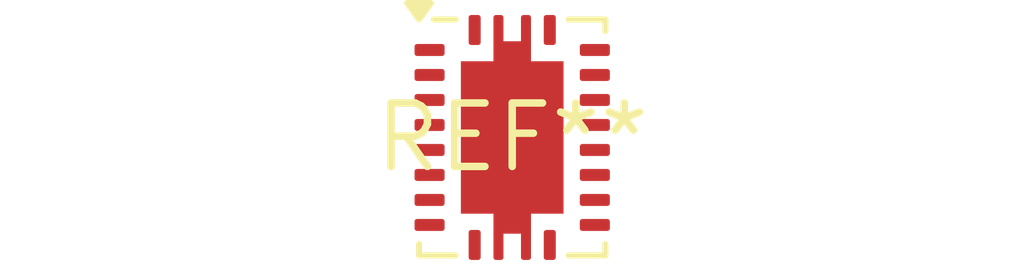
<source format=kicad_pcb>
(kicad_pcb (version 20240108) (generator pcbnew)
  (layers (0 "F.Cu" signal) (31 "B.Cu" signal) (34 "B.Paste" user) (35 "F.Paste" user) (36 "B.SilkS" user "B.Silkscreen") (37 "F.SilkS" user "F.Silkscreen") (38 "B.Mask" user) (39 "F.Mask" user) (44 "Edge.Cuts" user))
  (net 0 "")
  (footprint "Texas_VQFN-RHL-20" (layer "F.Cu") (at 0 0)
    (property "Reference" "REF**")
    (property "Value" "Texas_VQFN-RHL-20")
    (fp_line (start -1.86 2.13) (end -1.86 2.36) (layer "F.SilkS") (stroke (width 0.12)))
    (fp_line (start -1.86 2.36) (end -1.13 2.36) (layer "F.SilkS") (stroke (width 0.12)))
    (fp_line (start -1.13 -2.36) (end -1.56 -2.36) (layer "F.SilkS") (stroke (width 0.12)))
    (fp_line (start 1.13 -2.36) (end 1.86 -2.36) (layer "F.SilkS") (stroke (width 0.12)))
    (fp_line (start 1.13 2.36) (end 1.86 2.36) (layer "F.SilkS") (stroke (width 0.12)))
    (fp_line (start 1.86 -2.36) (end 1.86 -2.13) (layer "F.SilkS") (stroke (width 0.12)))
    (fp_line (start 1.86 2.13) (end 1.86 2.36) (layer "F.SilkS") (stroke (width 0.12)))
    (fp_poly (pts (xy -1.86 -2.36) (xy -2.1 -2.69) (xy -1.62 -2.69) (xy -1.86 -2.36)) (layer "F.SilkS") (stroke (width 0.12)) (fill solid))
    (pad "1" smd roundrect (at -0.75 -2.15) (size 0.24 0.6) (layers "F.Cu" "F.Paste" "F.Mask") (roundrect_rratio 0.21))
    (pad "2" smd roundrect (at -1.65 -1.75) (size 0.6 0.24) (layers "F.Cu" "F.Paste" "F.Mask") (roundrect_rratio 0.21))
    (pad "3" smd roundrect (at -1.65 -1.25) (size 0.6 0.24) (layers "F.Cu" "F.Paste" "F.Mask") (roundrect_rratio 0.21))
    (pad "4" smd roundrect (at -1.65 -0.75) (size 0.6 0.24) (layers "F.Cu" "F.Paste" "F.Mask") (roundrect_rratio 0.21))
    (pad "5" smd roundrect (at -1.65 -0.25) (size 0.6 0.24) (layers "F.Cu" "F.Paste" "F.Mask") (roundrect_rratio 0.21))
    (pad "6" smd roundrect (at -1.65 0.25) (size 0.6 0.24) (layers "F.Cu" "F.Paste" "F.Mask") (roundrect_rratio 0.21))
    (pad "7" smd roundrect (at -1.65 0.75) (size 0.6 0.24) (layers "F.Cu" "F.Paste" "F.Mask") (roundrect_rratio 0.21))
    (pad "8" smd roundrect (at -1.65 1.25) (size 0.6 0.24) (layers "F.Cu" "F.Paste" "F.Mask") (roundrect_rratio 0.21))
    (pad "9" smd roundrect (at -1.65 1.75) (size 0.6 0.24) (layers "F.Cu" "F.Paste" "F.Mask") (roundrect_rratio 0.21))
    (pad "10" smd roundrect (at -0.75 2.15) (size 0.24 0.6) (layers "F.Cu" "F.Paste" "F.Mask") (roundrect_rratio 0.21))
    (pad "11" smd roundrect (at 0.75 2.15) (size 0.24 0.6) (layers "F.Cu" "F.Paste" "F.Mask") (roundrect_rratio 0.21))
    (pad "12" smd roundrect (at 1.65 1.75) (size 0.6 0.24) (layers "F.Cu" "F.Paste" "F.Mask") (roundrect_rratio 0.21))
    (pad "13" smd roundrect (at 1.65 1.25) (size 0.6 0.24) (layers "F.Cu" "F.Paste" "F.Mask") (roundrect_rratio 0.21))
    (pad "14" smd roundrect (at 1.65 0.75) (size 0.6 0.24) (layers "F.Cu" "F.Paste" "F.Mask") (roundrect_rratio 0.21))
    (pad "15" smd roundrect (at 1.65 0.25) (size 0.6 0.24) (layers "F.Cu" "F.Paste" "F.Mask") (roundrect_rratio 0.21))
    (pad "16" smd roundrect (at 1.65 -0.25) (size 0.6 0.24) (layers "F.Cu" "F.Paste" "F.Mask") (roundrect_rratio 0.21))
    (pad "17" smd roundrect (at 1.65 -0.75) (size 0.6 0.24) (layers "F.Cu" "F.Paste" "F.Mask") (roundrect_rratio 0.21))
    (pad "18" smd roundrect (at 1.65 -1.25) (size 0.6 0.24) (layers "F.Cu" "F.Paste" "F.Mask") (roundrect_rratio 0.21))
    (pad "19" smd roundrect (at 1.65 -1.75) (size 0.6 0.24) (layers "F.Cu" "F.Paste" "F.Mask") (roundrect_rratio 0.21))
    (pad "20" smd roundrect (at 0.75 -2.15) (size 0.24 0.6) (layers "F.Cu" "F.Paste" "F.Mask") (roundrect_rratio 0.21))
    (pad "21" smd roundrect (at -0.275 -2.15) (size 0.2 0.6) (layers "F.Cu" "F.Paste" "F.Mask"))
    (pad "21" smd roundrect (at -0.275 2.15) (size 0.2 0.6) (layers "F.Cu" "F.Paste" "F.Mask"))
    (pad "21" smd custom (at 0 0) (size 1.524 1.524) (layers "F.Cu" "F.Mask") (options (clearance outline) (anchor rect)) (primitives (gr_poly (pts (xy 0.375 -1.525) (xy 1.025 -1.525) (xy 1.025 1.525) (xy 0.375 1.525) (xy 0.375 1.925) (xy -0.375 1.925) (xy -0.375 1.525) (xy -1.025 1.525) (xy -1.025 -1.525) (xy -0.375 -1.525) (xy -0.375 -1.925) (xy 0.375 -1.925)) (width 0) (fill yes))))
    (pad "21" smd roundrect (at 0.275 -2.15) (size 0.2 0.6) (layers "F.Cu" "F.Paste" "F.Mask"))
    (pad "21" smd roundrect (at 0.275 2.15) (size 0.2 0.6) (layers "F.Cu" "F.Paste" "F.Mask"))
  )
)
</source>
